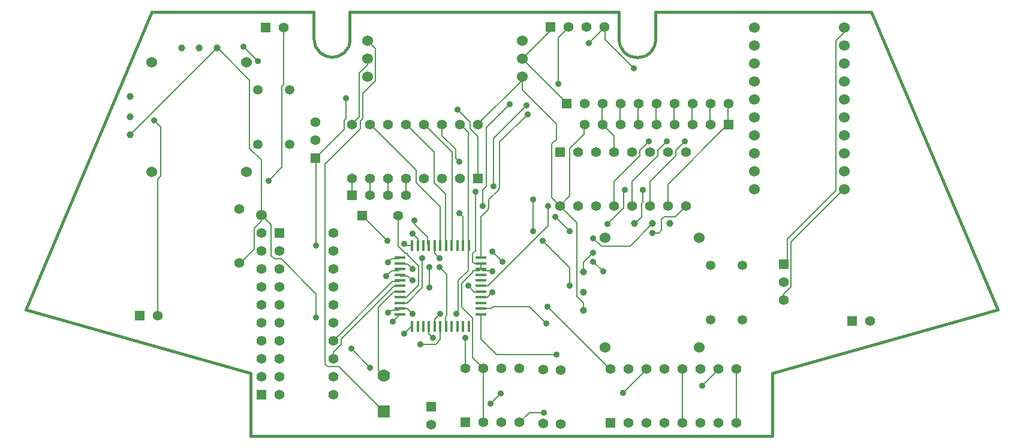
<source format=gtl>
G04 (created by PCBNEW-RS274X (20100406 SVN-R2508)-final) date 9/22/2010 8:11:36 PM*
G01*
G70*
G90*
%MOIN*%
G04 Gerber Fmt 3.4, Leading zero omitted, Abs format*
%FSLAX34Y34*%
G04 APERTURE LIST*
%ADD10C,0.006000*%
%ADD11C,0.015000*%
%ADD12C,0.060000*%
%ADD13R,0.055000X0.055000*%
%ADD14C,0.055000*%
%ADD15C,0.053000*%
%ADD16C,0.039000*%
%ADD17R,0.070000X0.070000*%
%ADD18C,0.070000*%
%ADD19R,0.016000X0.060000*%
%ADD20R,0.060000X0.016000*%
%ADD21C,0.035000*%
%ADD22C,0.008000*%
G04 APERTURE END LIST*
G54D10*
G54D11*
X47621Y-34111D02*
X62578Y-34111D01*
X64588Y-34111D02*
X65914Y-34111D01*
X65588Y-34110D02*
X67788Y-34110D01*
X36610Y-34110D02*
X45620Y-34110D01*
X45620Y-34110D02*
X45620Y-35610D01*
X45620Y-35610D02*
X45624Y-35697D01*
X45636Y-35783D01*
X45655Y-35868D01*
X45681Y-35952D01*
X45714Y-36032D01*
X45754Y-36109D01*
X45801Y-36183D01*
X45854Y-36252D01*
X45913Y-36317D01*
X45978Y-36376D01*
X46047Y-36429D01*
X46121Y-36476D01*
X46198Y-36516D01*
X46278Y-36549D01*
X46362Y-36575D01*
X46447Y-36594D01*
X46533Y-36606D01*
X46620Y-36610D01*
X46620Y-36610D02*
X46707Y-36606D01*
X46793Y-36594D01*
X46878Y-36575D01*
X46962Y-36549D01*
X47042Y-36516D01*
X47120Y-36476D01*
X47193Y-36429D01*
X47262Y-36376D01*
X47327Y-36317D01*
X47386Y-36252D01*
X47439Y-36183D01*
X47486Y-36109D01*
X47526Y-36032D01*
X47559Y-35952D01*
X47585Y-35868D01*
X47604Y-35783D01*
X47616Y-35697D01*
X47620Y-35610D01*
X47620Y-35610D02*
X47620Y-34110D01*
X62578Y-34110D02*
X62578Y-35610D01*
X62578Y-35630D02*
X62582Y-35717D01*
X62594Y-35803D01*
X62613Y-35888D01*
X62639Y-35972D01*
X62672Y-36052D01*
X62712Y-36129D01*
X62759Y-36203D01*
X62812Y-36272D01*
X62871Y-36337D01*
X62936Y-36396D01*
X63005Y-36449D01*
X63079Y-36496D01*
X63156Y-36536D01*
X63236Y-36569D01*
X63320Y-36595D01*
X63405Y-36614D01*
X63491Y-36626D01*
X63578Y-36630D01*
X63598Y-36630D02*
X63685Y-36626D01*
X63771Y-36614D01*
X63856Y-36595D01*
X63940Y-36569D01*
X64020Y-36536D01*
X64098Y-36496D01*
X64171Y-36449D01*
X64240Y-36396D01*
X64305Y-36337D01*
X64364Y-36272D01*
X64417Y-36203D01*
X64464Y-36129D01*
X64504Y-36052D01*
X64537Y-35972D01*
X64563Y-35888D01*
X64582Y-35803D01*
X64594Y-35717D01*
X64598Y-35630D01*
X64588Y-35629D02*
X64588Y-34129D01*
X67610Y-34110D02*
X76610Y-34110D01*
X76610Y-34110D02*
X83630Y-50690D01*
X83630Y-50690D02*
X71110Y-54210D01*
X71110Y-54210D02*
X71110Y-57710D01*
X71110Y-57710D02*
X42110Y-57710D01*
X42110Y-57710D02*
X42110Y-54210D01*
X42110Y-54210D02*
X29600Y-50690D01*
X29600Y-50690D02*
X36610Y-34110D01*
G54D12*
X75098Y-34965D03*
X75098Y-35965D03*
X75098Y-36965D03*
X75098Y-37965D03*
X75098Y-38965D03*
X75098Y-39965D03*
X75098Y-40965D03*
X75098Y-41965D03*
X75098Y-42965D03*
X75098Y-43965D03*
X70098Y-43965D03*
X70098Y-42965D03*
X70098Y-41965D03*
X70098Y-40965D03*
X70098Y-39965D03*
X70098Y-38965D03*
X70098Y-37965D03*
X70098Y-36965D03*
X70098Y-35965D03*
X70098Y-34965D03*
G54D13*
X59295Y-41915D03*
G54D14*
X60295Y-41915D03*
X61295Y-41915D03*
X62295Y-41915D03*
X63295Y-41915D03*
X64295Y-41915D03*
X65295Y-41915D03*
X66295Y-41915D03*
X66295Y-44915D03*
X65295Y-44915D03*
X64295Y-44915D03*
X63295Y-44915D03*
X62295Y-44915D03*
X61295Y-44915D03*
X60295Y-44915D03*
X59295Y-44915D03*
G54D13*
X54750Y-43370D03*
G54D14*
X53750Y-43370D03*
X52750Y-43370D03*
X51750Y-43370D03*
X50750Y-43370D03*
X49750Y-43370D03*
X48750Y-43370D03*
X47750Y-43370D03*
X47750Y-40370D03*
X48750Y-40370D03*
X49750Y-40370D03*
X50750Y-40370D03*
X51750Y-40370D03*
X52750Y-40370D03*
X53750Y-40370D03*
X54750Y-40370D03*
G54D13*
X48289Y-45443D03*
G54D14*
X50289Y-45443D03*
G54D12*
X67050Y-52770D03*
X67050Y-46670D03*
X61810Y-46670D03*
X61810Y-52770D03*
G54D15*
X69450Y-51230D03*
X67680Y-51230D03*
X69450Y-48200D03*
X67680Y-48200D03*
G54D16*
X65420Y-45880D03*
X64430Y-45880D03*
X63450Y-45880D03*
X60590Y-50700D03*
X60590Y-49720D03*
X60590Y-48580D03*
G54D12*
X41860Y-43010D03*
X41860Y-36910D03*
X36620Y-36910D03*
X36620Y-43010D03*
G54D15*
X44260Y-41470D03*
X42490Y-41470D03*
X44260Y-38440D03*
X42490Y-38440D03*
G54D16*
X40230Y-36120D03*
X39240Y-36120D03*
X38260Y-36120D03*
X35400Y-40940D03*
X35400Y-39960D03*
X35400Y-38820D03*
G54D17*
X49518Y-56335D03*
G54D18*
X49518Y-54335D03*
G54D12*
X57220Y-37723D03*
X57220Y-35723D03*
X57220Y-36723D03*
X48600Y-37723D03*
X48600Y-35723D03*
X48600Y-36723D03*
G54D14*
X59331Y-57061D03*
X59331Y-54061D03*
X58386Y-57022D03*
X58386Y-54022D03*
G54D13*
X52136Y-56065D03*
G54D14*
X52136Y-57065D03*
G54D13*
X45719Y-42240D03*
G54D14*
X45719Y-41240D03*
X45719Y-40240D03*
G54D13*
X71722Y-48154D03*
G54D14*
X71722Y-49154D03*
X71722Y-50154D03*
G54D13*
X47752Y-44311D03*
G54D14*
X48752Y-44311D03*
X49752Y-44311D03*
X50752Y-44311D03*
G54D13*
X54051Y-56953D03*
G54D14*
X55051Y-56953D03*
X56051Y-56953D03*
X57051Y-56953D03*
X57051Y-53953D03*
X56051Y-53953D03*
X55051Y-53953D03*
X54051Y-53953D03*
G54D13*
X42717Y-55406D03*
G54D14*
X42717Y-54406D03*
X42717Y-53406D03*
X42717Y-52406D03*
X42717Y-51406D03*
X42717Y-50406D03*
X42717Y-49406D03*
X42717Y-48406D03*
X42717Y-47406D03*
X42717Y-46406D03*
G54D12*
X42717Y-45406D03*
G54D13*
X68657Y-40374D03*
G54D14*
X67657Y-40374D03*
X66657Y-40374D03*
X65657Y-40374D03*
X64657Y-40374D03*
X63657Y-40374D03*
X62657Y-40374D03*
X61657Y-40374D03*
X60657Y-40374D03*
G54D19*
X52648Y-51610D03*
X52963Y-51610D03*
X53278Y-51610D03*
X53593Y-51610D03*
X53908Y-51610D03*
X54223Y-51610D03*
X52333Y-51610D03*
X52018Y-51610D03*
X51703Y-51610D03*
X51388Y-51610D03*
X51073Y-51610D03*
X52648Y-47110D03*
X52963Y-47110D03*
X53278Y-47110D03*
X53593Y-47110D03*
X53908Y-47110D03*
X54223Y-47110D03*
X52333Y-47110D03*
X52018Y-47110D03*
X51703Y-47110D03*
X51388Y-47110D03*
X51073Y-47110D03*
G54D20*
X54898Y-49360D03*
X50398Y-49360D03*
X54898Y-49045D03*
X50398Y-49045D03*
X50398Y-48730D03*
X54898Y-48730D03*
X54898Y-48415D03*
X50398Y-48415D03*
X50398Y-48100D03*
X54898Y-48100D03*
X54898Y-47785D03*
X50398Y-47785D03*
X50398Y-49675D03*
X54898Y-49675D03*
X54898Y-49990D03*
X50398Y-49990D03*
X50398Y-50305D03*
X54898Y-50305D03*
X54898Y-50620D03*
X50398Y-50620D03*
X50398Y-50935D03*
X54898Y-50935D03*
G54D13*
X43697Y-46406D03*
G54D14*
X43697Y-47406D03*
X43697Y-48406D03*
X43697Y-49406D03*
X43697Y-50406D03*
X43697Y-51406D03*
X43697Y-52406D03*
X43697Y-53406D03*
X43697Y-54406D03*
X43697Y-55406D03*
X46697Y-55406D03*
X46697Y-54406D03*
X46697Y-53406D03*
X46697Y-52406D03*
X46697Y-51406D03*
X46697Y-50406D03*
X46697Y-49406D03*
X46697Y-48406D03*
X46697Y-47406D03*
X46697Y-46406D03*
G54D13*
X62100Y-56982D03*
G54D14*
X63100Y-56982D03*
X64100Y-56982D03*
X65100Y-56982D03*
X66100Y-56982D03*
X67100Y-56982D03*
X68100Y-56982D03*
X69100Y-56982D03*
X69100Y-53982D03*
X68100Y-53982D03*
X67100Y-53982D03*
X66100Y-53982D03*
X65100Y-53982D03*
X64100Y-53982D03*
X63100Y-53982D03*
X62100Y-53982D03*
G54D13*
X35947Y-51024D03*
G54D14*
X36947Y-51024D03*
G54D13*
X75553Y-51329D03*
G54D14*
X76553Y-51329D03*
G54D13*
X58780Y-34942D03*
G54D14*
X59780Y-34942D03*
X60780Y-34942D03*
X61780Y-34942D03*
X41486Y-48094D03*
X41486Y-45094D03*
G54D13*
X42945Y-34980D03*
G54D14*
X43945Y-34980D03*
G54D13*
X59657Y-39224D03*
G54D14*
X60657Y-39224D03*
X61657Y-39224D03*
X62657Y-39224D03*
X63657Y-39224D03*
X64657Y-39224D03*
X65657Y-39224D03*
X66657Y-39224D03*
X67657Y-39224D03*
X68657Y-39224D03*
G54D21*
X53550Y-50900D03*
X54050Y-52250D03*
X45750Y-51100D03*
X49750Y-50850D03*
X51100Y-50900D03*
X58600Y-50500D03*
X45750Y-47100D03*
X47400Y-38900D03*
X54600Y-44100D03*
X36750Y-40150D03*
X53700Y-42450D03*
X58400Y-56400D03*
X61150Y-47500D03*
X55550Y-48550D03*
X63900Y-44000D03*
X50000Y-51350D03*
X58650Y-44900D03*
X64450Y-46400D03*
X55550Y-49700D03*
X64250Y-41300D03*
X67200Y-54900D03*
X59114Y-53165D03*
X62900Y-44000D03*
X61950Y-45900D03*
X54200Y-49350D03*
X42500Y-36850D03*
X53600Y-39550D03*
X41700Y-36050D03*
X62800Y-55300D03*
X47700Y-52850D03*
X48750Y-53900D03*
X56000Y-55350D03*
X55450Y-55900D03*
X58542Y-51446D03*
X53700Y-45300D03*
X43100Y-43500D03*
X59200Y-38100D03*
X57500Y-39800D03*
X55000Y-44900D03*
X56500Y-39250D03*
X52600Y-48300D03*
X58350Y-46850D03*
X57800Y-44550D03*
X59850Y-49350D03*
X57800Y-46300D03*
X52650Y-50900D03*
X51100Y-49050D03*
X51200Y-45700D03*
X51100Y-46450D03*
X51650Y-47800D03*
X49700Y-46850D03*
X50650Y-47000D03*
X51100Y-48400D03*
X55550Y-47450D03*
X61700Y-48550D03*
X56100Y-48000D03*
X52600Y-47800D03*
X61150Y-48000D03*
X59050Y-45500D03*
X61150Y-46700D03*
X59850Y-46300D03*
X52250Y-52250D03*
X52050Y-49450D03*
X60900Y-35850D03*
X55600Y-43800D03*
X63400Y-37250D03*
X57450Y-39300D03*
X51550Y-52600D03*
X52050Y-48300D03*
X49650Y-48800D03*
X49750Y-48050D03*
X66250Y-41300D03*
X50650Y-52000D03*
X65250Y-41300D03*
G54D22*
X59850Y-41750D02*
X59850Y-41700D01*
X60657Y-40374D02*
X60650Y-40350D01*
X60650Y-40900D02*
X60650Y-40350D01*
X59900Y-41650D02*
X60650Y-40900D01*
X59850Y-44350D02*
X59850Y-41750D01*
X59850Y-44350D02*
X59300Y-44900D01*
X59850Y-41700D02*
X59900Y-41650D01*
X54750Y-40370D02*
X54750Y-40350D01*
X54750Y-40350D02*
X57200Y-37900D01*
X57200Y-37900D02*
X57200Y-37700D01*
X57200Y-37700D02*
X57220Y-37723D01*
X59295Y-44915D02*
X59300Y-44900D01*
X42700Y-45400D02*
X42717Y-45406D01*
X71950Y-47900D02*
X71950Y-46750D01*
X71700Y-48150D02*
X71722Y-48154D01*
X71700Y-48150D02*
X71950Y-47900D01*
X71950Y-46750D02*
X74650Y-44050D01*
X74650Y-44050D02*
X74650Y-35700D01*
X74650Y-35700D02*
X75100Y-35250D01*
X53650Y-50800D02*
X53650Y-49050D01*
X54200Y-47100D02*
X54200Y-48500D01*
X53650Y-49050D02*
X54200Y-48500D01*
X53550Y-50900D02*
X53650Y-50800D01*
X54050Y-53950D02*
X54050Y-52250D01*
X54050Y-53950D02*
X54051Y-53953D01*
X43437Y-47850D02*
X43250Y-47663D01*
X43250Y-47663D02*
X43250Y-45950D01*
X42700Y-45400D02*
X43250Y-45950D01*
X43800Y-47850D02*
X45750Y-49800D01*
X45750Y-49800D02*
X45750Y-51100D01*
X49750Y-50850D02*
X49800Y-50850D01*
X49800Y-50850D02*
X49950Y-50700D01*
X49950Y-50700D02*
X50300Y-50700D01*
X50300Y-50700D02*
X50400Y-50600D01*
X43800Y-47850D02*
X43437Y-47850D01*
X42300Y-47300D02*
X42300Y-46150D01*
X41500Y-48100D02*
X42300Y-47300D01*
X42300Y-46150D02*
X42700Y-45750D01*
X42700Y-45400D02*
X42700Y-45750D01*
X41500Y-48100D02*
X41486Y-48094D01*
X42050Y-37900D02*
X42050Y-41700D01*
X42050Y-41700D02*
X42700Y-42350D01*
X40300Y-36150D02*
X40230Y-36120D01*
X40300Y-36150D02*
X42050Y-37900D01*
X42700Y-45400D02*
X42700Y-42350D01*
X75098Y-34965D02*
X75100Y-34950D01*
X60250Y-45850D02*
X60250Y-49950D01*
X60590Y-50700D02*
X60600Y-50700D01*
X60600Y-50300D02*
X60600Y-50700D01*
X60250Y-49950D02*
X60600Y-50300D01*
X60250Y-45850D02*
X59300Y-44900D01*
X59100Y-41200D02*
X59100Y-40350D01*
X59100Y-40350D02*
X57200Y-38450D01*
X57200Y-38450D02*
X57200Y-37700D01*
X57200Y-37700D02*
X57220Y-37723D01*
X40230Y-36120D02*
X35400Y-40950D01*
X35400Y-40950D02*
X35400Y-40940D01*
X50400Y-50600D02*
X50398Y-50620D01*
X50400Y-50600D02*
X50800Y-50600D01*
X50800Y-50600D02*
X51100Y-50900D01*
X53750Y-40370D02*
X53750Y-40350D01*
X53750Y-40350D02*
X54200Y-40800D01*
X54200Y-40800D02*
X54200Y-47100D01*
X54200Y-47100D02*
X54223Y-47110D01*
X59295Y-44915D02*
X59300Y-44900D01*
X59300Y-44900D02*
X58850Y-44450D01*
X58850Y-44450D02*
X58850Y-41450D01*
X58850Y-41450D02*
X59100Y-41200D01*
X75100Y-35250D02*
X75100Y-34950D01*
X45750Y-42300D02*
X45700Y-42250D01*
X45750Y-42300D02*
X45750Y-47100D01*
X62100Y-53982D02*
X62100Y-54000D01*
X58600Y-50500D02*
X62100Y-54000D01*
X47300Y-40650D02*
X47300Y-40150D01*
X47400Y-40050D02*
X47400Y-38900D01*
X47300Y-40650D02*
X45700Y-42250D01*
X47300Y-40150D02*
X47400Y-40050D01*
X45719Y-42240D02*
X45700Y-42250D01*
X69100Y-53982D02*
X69100Y-56982D01*
X57220Y-36723D02*
X57200Y-36700D01*
X57200Y-36700D02*
X59650Y-39150D01*
X59650Y-39150D02*
X59650Y-39200D01*
X59650Y-39200D02*
X59657Y-39224D01*
X54550Y-48100D02*
X54500Y-48050D01*
X72150Y-46900D02*
X72150Y-49400D01*
X53850Y-50550D02*
X53850Y-49200D01*
X54900Y-48400D02*
X54800Y-48500D01*
X54450Y-48500D02*
X54800Y-48500D01*
X54450Y-48600D02*
X54450Y-48500D01*
X53850Y-49200D02*
X54450Y-48600D01*
X54450Y-51150D02*
X53850Y-50550D01*
X54450Y-53350D02*
X54450Y-51150D01*
X54450Y-53350D02*
X55050Y-53950D01*
X36950Y-51000D02*
X36947Y-51024D01*
X47750Y-40370D02*
X47750Y-40350D01*
X47750Y-40350D02*
X48150Y-39950D01*
X48150Y-39950D02*
X48150Y-37500D01*
X48150Y-37500D02*
X48600Y-37050D01*
X48600Y-37050D02*
X48600Y-36723D01*
X57220Y-36723D02*
X57200Y-36700D01*
X57200Y-36700D02*
X58800Y-35100D01*
X58800Y-35100D02*
X58800Y-34950D01*
X58800Y-34950D02*
X58780Y-34942D01*
X36950Y-43400D02*
X36950Y-51000D01*
X36750Y-40150D02*
X37100Y-40500D01*
X37100Y-43250D02*
X36950Y-43400D01*
X75100Y-43950D02*
X75098Y-43965D01*
X75100Y-43950D02*
X72150Y-46900D01*
X72150Y-49400D02*
X71700Y-49850D01*
X71700Y-49850D02*
X71700Y-50150D01*
X71722Y-50154D02*
X71700Y-50150D01*
X53500Y-42250D02*
X53500Y-41750D01*
X52750Y-40370D02*
X52750Y-41000D01*
X53500Y-41750D02*
X52750Y-41000D01*
X53700Y-42450D02*
X53500Y-42250D01*
X54600Y-47400D02*
X54600Y-44100D01*
X54450Y-47550D02*
X54600Y-47400D01*
X54450Y-48050D02*
X54450Y-47550D01*
X54500Y-48050D02*
X54450Y-48050D01*
X54550Y-48100D02*
X54898Y-48100D01*
X58400Y-56400D02*
X57600Y-56400D01*
X57600Y-56400D02*
X57050Y-56950D01*
X57050Y-56950D02*
X57051Y-56953D01*
X66100Y-53982D02*
X66100Y-56982D01*
X37100Y-40500D02*
X37100Y-43250D01*
X50398Y-49675D02*
X50079Y-49675D01*
X49213Y-54030D02*
X49518Y-54335D01*
X49213Y-50541D02*
X49213Y-54030D01*
X50079Y-49675D02*
X49213Y-50541D01*
X61150Y-47500D02*
X60600Y-48050D01*
X60600Y-48050D02*
X60600Y-48600D01*
X60600Y-48600D02*
X60590Y-48580D01*
X55051Y-56953D02*
X55050Y-56950D01*
X55050Y-56950D02*
X55050Y-53950D01*
X55050Y-53950D02*
X55051Y-53953D01*
X55550Y-48550D02*
X55400Y-48550D01*
X55400Y-48550D02*
X55350Y-48500D01*
X55350Y-48500D02*
X55000Y-48500D01*
X55000Y-48500D02*
X54900Y-48400D01*
X54900Y-48400D02*
X54898Y-48415D01*
X54900Y-48400D02*
X54900Y-48100D01*
X54900Y-48100D02*
X54898Y-48100D01*
X63450Y-45880D02*
X63450Y-45900D01*
X63450Y-45900D02*
X63850Y-45500D01*
X63850Y-45500D02*
X63850Y-44750D01*
X63850Y-44750D02*
X63900Y-44700D01*
X63900Y-44700D02*
X63900Y-44000D01*
X48750Y-43370D02*
X48750Y-44300D01*
X48750Y-44300D02*
X48752Y-44311D01*
X50750Y-44300D02*
X50752Y-44311D01*
X50750Y-43370D02*
X50750Y-44300D01*
X50000Y-51350D02*
X50400Y-50950D01*
X50400Y-50950D02*
X50398Y-50935D01*
X49950Y-49500D02*
X47150Y-52300D01*
X50400Y-49350D02*
X50100Y-49350D01*
X46697Y-53406D02*
X46700Y-53400D01*
X46700Y-53050D02*
X46700Y-53400D01*
X50100Y-49350D02*
X50000Y-49450D01*
X50000Y-49450D02*
X49950Y-49450D01*
X47150Y-52300D02*
X47150Y-52600D01*
X49950Y-49450D02*
X49950Y-49500D01*
X50400Y-49350D02*
X50398Y-49360D01*
X47150Y-52600D02*
X46700Y-53050D01*
X54900Y-49350D02*
X55300Y-49350D01*
X58650Y-46000D02*
X58650Y-44900D01*
X55300Y-49350D02*
X58650Y-46000D01*
X54898Y-49360D02*
X54900Y-49350D01*
X66295Y-44915D02*
X66300Y-44900D01*
X54900Y-50000D02*
X55250Y-50000D01*
X54900Y-50000D02*
X54898Y-49990D01*
X64941Y-46260D02*
X64941Y-45640D01*
X64801Y-46400D02*
X64941Y-46260D01*
X64941Y-45640D02*
X65081Y-45500D01*
X65700Y-45500D02*
X66300Y-44900D01*
X64450Y-46400D02*
X64801Y-46400D01*
X55250Y-50000D02*
X55550Y-49700D01*
X65081Y-45500D02*
X65700Y-45500D01*
X63750Y-42050D02*
X63750Y-42100D01*
X62295Y-44915D02*
X62300Y-44900D01*
X62300Y-43550D02*
X62300Y-44900D01*
X63700Y-42150D02*
X62300Y-43550D01*
X63750Y-41800D02*
X63750Y-42050D01*
X64250Y-41300D02*
X63750Y-41800D01*
X63750Y-42100D02*
X63700Y-42150D01*
X65657Y-40374D02*
X65650Y-40350D01*
X65650Y-40350D02*
X65650Y-39200D01*
X65650Y-39200D02*
X65657Y-39224D01*
X54898Y-50935D02*
X54898Y-52296D01*
X68100Y-54000D02*
X68100Y-53982D01*
X59114Y-53165D02*
X55767Y-53165D01*
X67200Y-54900D02*
X68100Y-54000D01*
X54898Y-52296D02*
X55767Y-53165D01*
X62850Y-44050D02*
X62900Y-44000D01*
X62850Y-45000D02*
X62850Y-44050D01*
X54550Y-49700D02*
X54200Y-49350D01*
X61950Y-45900D02*
X62850Y-45000D01*
X54900Y-49700D02*
X54550Y-49700D01*
X54900Y-49700D02*
X54898Y-49675D01*
X53600Y-39550D02*
X54300Y-40250D01*
X54300Y-40600D02*
X54750Y-41050D01*
X54300Y-40250D02*
X54300Y-40600D01*
X54750Y-43370D02*
X54750Y-41050D01*
X41700Y-36050D02*
X42500Y-36850D01*
X63657Y-39224D02*
X63650Y-39200D01*
X63650Y-39200D02*
X63650Y-40350D01*
X63650Y-40350D02*
X63657Y-40374D01*
X62300Y-41900D02*
X62295Y-41915D01*
X61657Y-40374D02*
X61650Y-40350D01*
X61650Y-40350D02*
X61650Y-39200D01*
X61650Y-39200D02*
X61657Y-39224D01*
X61657Y-40374D02*
X61650Y-40350D01*
X61650Y-40350D02*
X62300Y-41000D01*
X62300Y-41000D02*
X62300Y-41900D01*
X56000Y-55350D02*
X55450Y-55900D01*
X64100Y-53982D02*
X64100Y-54000D01*
X64100Y-54000D02*
X62800Y-55300D01*
X48750Y-53900D02*
X47700Y-52850D01*
X57598Y-50502D02*
X58542Y-51446D01*
X54898Y-50620D02*
X55472Y-50620D01*
X55590Y-50502D02*
X57598Y-50502D01*
X55472Y-50620D02*
X55590Y-50502D01*
X53900Y-47100D02*
X53908Y-47110D01*
X53900Y-45500D02*
X53900Y-47100D01*
X43950Y-38150D02*
X43850Y-38250D01*
X43100Y-43500D02*
X43850Y-42750D01*
X43850Y-42750D02*
X43850Y-38250D01*
X43950Y-34985D02*
X43945Y-34980D01*
X43950Y-38150D02*
X43950Y-34985D01*
X53700Y-45300D02*
X53900Y-45500D01*
X59780Y-34942D02*
X59800Y-34950D01*
X59800Y-34950D02*
X59200Y-35550D01*
X59200Y-35550D02*
X59200Y-38100D01*
X57500Y-39800D02*
X55950Y-41350D01*
X55950Y-41350D02*
X55950Y-43900D01*
X55950Y-43900D02*
X55900Y-43950D01*
X55900Y-43950D02*
X55900Y-44000D01*
X55900Y-44000D02*
X55350Y-44550D01*
X55350Y-44550D02*
X55350Y-45000D01*
X55350Y-45000D02*
X55300Y-45050D01*
X55300Y-45050D02*
X55300Y-45100D01*
X55300Y-45100D02*
X54900Y-45500D01*
X54900Y-45500D02*
X54900Y-47800D01*
X54900Y-47800D02*
X54898Y-47785D01*
X56500Y-39250D02*
X55200Y-40550D01*
X55200Y-40550D02*
X55200Y-43800D01*
X55200Y-43800D02*
X55000Y-44000D01*
X55000Y-44000D02*
X55000Y-44900D01*
X52600Y-48300D02*
X53000Y-48700D01*
X53000Y-48700D02*
X53000Y-51000D01*
X52950Y-51050D02*
X52950Y-51600D01*
X52963Y-51610D02*
X52950Y-51600D01*
X53000Y-51000D02*
X52950Y-51050D01*
X68650Y-40350D02*
X65300Y-43700D01*
X65300Y-43700D02*
X65300Y-44900D01*
X65300Y-44900D02*
X65295Y-44915D01*
X68657Y-40374D02*
X68650Y-40350D01*
X68650Y-40350D02*
X68650Y-39200D01*
X68650Y-39200D02*
X68657Y-39224D01*
X68657Y-40374D02*
X68650Y-40350D01*
X58350Y-46850D02*
X59850Y-48350D01*
X59850Y-48350D02*
X59850Y-49350D01*
X57800Y-44550D02*
X57800Y-46300D01*
X49750Y-43370D02*
X49750Y-44300D01*
X49750Y-44300D02*
X49752Y-44311D01*
X47750Y-44300D02*
X47752Y-44311D01*
X47750Y-43370D02*
X47750Y-44300D01*
X52950Y-47100D02*
X52963Y-47110D01*
X52300Y-43600D02*
X52950Y-44250D01*
X52950Y-44250D02*
X52950Y-47100D01*
X50750Y-40350D02*
X52300Y-41900D01*
X50750Y-40370D02*
X50750Y-40350D01*
X52300Y-41900D02*
X52300Y-43600D01*
X52333Y-51610D02*
X52350Y-51600D01*
X52650Y-50900D02*
X52350Y-51200D01*
X52350Y-51200D02*
X52350Y-51600D01*
X48209Y-40177D02*
X48209Y-40626D01*
X46389Y-53850D02*
X47000Y-53850D01*
X47000Y-53850D02*
X49500Y-56350D01*
X49518Y-56335D02*
X49500Y-56350D01*
X46389Y-53850D02*
X46250Y-53711D01*
X48350Y-40036D02*
X48209Y-40177D01*
X48600Y-35700D02*
X48600Y-35723D01*
X48350Y-38650D02*
X48350Y-40036D01*
X49050Y-37950D02*
X48350Y-38650D01*
X49050Y-36150D02*
X49050Y-37950D01*
X48600Y-35700D02*
X49050Y-36150D01*
X46250Y-42585D02*
X48209Y-40626D01*
X46250Y-42585D02*
X46250Y-53711D01*
X51100Y-49050D02*
X50850Y-48800D01*
X50850Y-48800D02*
X50450Y-48800D01*
X50400Y-48750D02*
X50398Y-48730D01*
X50450Y-48800D02*
X50400Y-48750D01*
X51300Y-42900D02*
X51300Y-43600D01*
X52650Y-44950D02*
X52650Y-47100D01*
X51300Y-43600D02*
X52650Y-44950D01*
X48750Y-40350D02*
X51300Y-42900D01*
X52648Y-47110D02*
X52650Y-47100D01*
X48750Y-40350D02*
X48750Y-40370D01*
X51200Y-45900D02*
X51200Y-45700D01*
X52000Y-47100D02*
X51950Y-47050D01*
X52018Y-47110D02*
X52000Y-47100D01*
X51950Y-47050D02*
X51950Y-46650D01*
X51950Y-46650D02*
X51200Y-45900D01*
X50400Y-50000D02*
X50750Y-50000D01*
X51450Y-48250D02*
X50850Y-47650D01*
X51450Y-49300D02*
X51450Y-48250D01*
X50750Y-50000D02*
X51450Y-49300D01*
X50300Y-45450D02*
X50289Y-45443D01*
X50850Y-47650D02*
X50850Y-47550D01*
X50850Y-47550D02*
X50700Y-47550D01*
X50700Y-47550D02*
X50300Y-47150D01*
X50398Y-49990D02*
X50400Y-50000D01*
X50300Y-47150D02*
X50300Y-45450D01*
X51100Y-46450D02*
X51400Y-46750D01*
X51400Y-46750D02*
X51400Y-47100D01*
X51400Y-47100D02*
X51388Y-47110D01*
X51650Y-49450D02*
X51650Y-47800D01*
X49700Y-46850D02*
X48300Y-45450D01*
X50800Y-50300D02*
X51650Y-49450D01*
X50400Y-50300D02*
X50800Y-50300D01*
X50400Y-50300D02*
X50398Y-50305D01*
X48289Y-45443D02*
X48300Y-45450D01*
X50750Y-47100D02*
X50650Y-47000D01*
X51050Y-47100D02*
X50750Y-47100D01*
X51073Y-47110D02*
X51050Y-47100D01*
X50850Y-48150D02*
X50450Y-48150D01*
X50400Y-48100D02*
X50398Y-48100D01*
X50450Y-48150D02*
X50400Y-48100D01*
X51100Y-48400D02*
X50850Y-48150D01*
X61700Y-48550D02*
X61150Y-48000D01*
X52600Y-47800D02*
X52350Y-47550D01*
X52350Y-47100D02*
X52333Y-47110D01*
X52350Y-47550D02*
X52350Y-47100D01*
X56100Y-48000D02*
X55550Y-47450D01*
X51750Y-40370D02*
X51750Y-40350D01*
X51750Y-40350D02*
X53300Y-41900D01*
X53300Y-41900D02*
X53300Y-47100D01*
X53300Y-47100D02*
X53278Y-47110D01*
X64430Y-45880D02*
X63200Y-47150D01*
X63200Y-47150D02*
X61600Y-47150D01*
X61150Y-46700D02*
X61600Y-47150D01*
X59050Y-45500D02*
X59850Y-46300D01*
X52000Y-51600D02*
X52018Y-51610D01*
X52250Y-52250D02*
X52000Y-52000D01*
X52000Y-52000D02*
X52000Y-51600D01*
X52050Y-48300D02*
X52050Y-49450D01*
X60900Y-35850D02*
X61800Y-34950D01*
X57450Y-39300D02*
X55600Y-41150D01*
X61800Y-34950D02*
X61800Y-35650D01*
X63400Y-37250D02*
X61800Y-35650D01*
X61780Y-34942D02*
X61800Y-34950D01*
X52648Y-51610D02*
X52650Y-51600D01*
X52650Y-52350D02*
X52650Y-51600D01*
X52400Y-52600D02*
X52650Y-52350D01*
X51550Y-52600D02*
X52400Y-52600D01*
X55600Y-41150D02*
X55600Y-43800D01*
X49950Y-49150D02*
X49950Y-49100D01*
X49950Y-49100D02*
X50350Y-49100D01*
X46700Y-52400D02*
X49950Y-49150D01*
X46697Y-52406D02*
X46700Y-52400D01*
X50400Y-49050D02*
X50398Y-49045D01*
X50350Y-49100D02*
X50400Y-49050D01*
X49950Y-48500D02*
X50300Y-48500D01*
X50300Y-48500D02*
X50400Y-48400D01*
X50400Y-48400D02*
X50398Y-48415D01*
X49650Y-48800D02*
X49950Y-48500D01*
X50400Y-47800D02*
X50398Y-47785D01*
X50350Y-47850D02*
X50400Y-47800D01*
X49950Y-47850D02*
X50350Y-47850D01*
X49750Y-48050D02*
X49950Y-47850D01*
X65750Y-42050D02*
X65750Y-42100D01*
X64295Y-44915D02*
X64300Y-44900D01*
X64300Y-43550D02*
X64300Y-44900D01*
X65700Y-42150D02*
X64300Y-43550D01*
X65750Y-41800D02*
X65750Y-42050D01*
X66250Y-41300D02*
X65750Y-41800D01*
X65750Y-42100D02*
X65700Y-42150D01*
X67657Y-39224D02*
X67650Y-39200D01*
X67650Y-39200D02*
X67650Y-40350D01*
X67650Y-40350D02*
X67657Y-40374D01*
X50650Y-52000D02*
X51050Y-51600D01*
X51050Y-51600D02*
X51073Y-51610D01*
X62657Y-39224D02*
X62650Y-39200D01*
X62650Y-39200D02*
X62650Y-40350D01*
X62650Y-40350D02*
X62657Y-40374D01*
X64657Y-39224D02*
X64650Y-39200D01*
X64650Y-39200D02*
X64650Y-40350D01*
X64650Y-40350D02*
X64657Y-40374D01*
X64750Y-42050D02*
X64750Y-42100D01*
X63295Y-44915D02*
X63300Y-44900D01*
X63300Y-43550D02*
X63300Y-44900D01*
X64700Y-42150D02*
X63300Y-43550D01*
X64750Y-41800D02*
X64750Y-42050D01*
X65250Y-41300D02*
X64750Y-41800D01*
X64750Y-42100D02*
X64700Y-42150D01*
X66657Y-39224D02*
X66650Y-39200D01*
X66650Y-39200D02*
X66650Y-40350D01*
X66650Y-40350D02*
X66657Y-40374D01*
M02*

</source>
